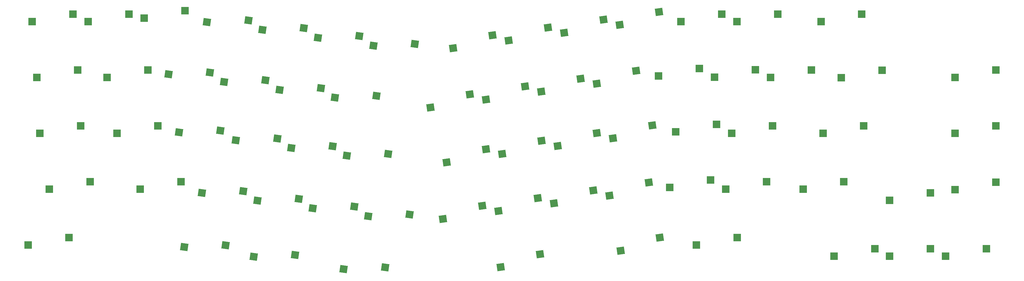
<source format=gbr>
%TF.GenerationSoftware,KiCad,Pcbnew,9.0.2*%
%TF.CreationDate,2025-06-19T20:24:16-07:00*%
%TF.ProjectId,toro-pcb,746f726f-2d70-4636-922e-6b696361645f,rev?*%
%TF.SameCoordinates,Original*%
%TF.FileFunction,Paste,Bot*%
%TF.FilePolarity,Positive*%
%FSLAX46Y46*%
G04 Gerber Fmt 4.6, Leading zero omitted, Abs format (unit mm)*
G04 Created by KiCad (PCBNEW 9.0.2) date 2025-06-19 20:24:16*
%MOMM*%
%LPD*%
G01*
G04 APERTURE LIST*
G04 Aperture macros list*
%AMRotRect*
0 Rectangle, with rotation*
0 The origin of the aperture is its center*
0 $1 length*
0 $2 width*
0 $3 Rotation angle, in degrees counterclockwise*
0 Add horizontal line*
21,1,$1,$2,0,0,$3*%
G04 Aperture macros list end*
%ADD10R,2.550000X2.500000*%
%ADD11RotRect,2.550000X2.500000X352.000000*%
%ADD12RotRect,2.550000X2.500000X8.000000*%
G04 APERTURE END LIST*
D10*
%TO.C,SW37*%
X308752811Y-61595000D03*
X294902811Y-64135000D03*
%TD*%
D11*
%TO.C,SW18*%
X109966347Y-103998327D03*
X95897635Y-104586060D03*
%TD*%
D12*
%TO.C,SW57*%
X240081225Y-137828413D03*
X226719511Y-142271241D03*
%TD*%
%TO.C,SW57*%
X237521787Y-99498545D03*
X224160073Y-103941373D03*
%TD*%
D10*
%TO.C,SW48*%
X272557811Y-80570000D03*
X258707811Y-83110000D03*
%TD*%
D11*
%TO.C,SW17*%
X90593702Y-101344837D03*
X76524989Y-101932570D03*
%TD*%
D12*
%TO.C,SW42*%
X213137055Y-83612558D03*
X199775341Y-88055386D03*
%TD*%
D10*
%TO.C,SW4*%
X78556250Y-60420000D03*
X64706250Y-62960000D03*
%TD*%
D12*
%TO.C,SW28*%
X183177967Y-68797783D03*
X169816253Y-73240611D03*
%TD*%
D11*
%TO.C,SW7*%
X137890606Y-69077662D03*
X123821894Y-69665395D03*
%TD*%
D10*
%TO.C,SW55*%
X257290000Y-118170000D03*
X243440000Y-120710000D03*
%TD*%
D12*
%TO.C,SW43*%
X199792573Y-104801040D03*
X186430859Y-109243868D03*
%TD*%
%TO.C,SW54*%
X236302349Y-119035413D03*
X222940635Y-123478241D03*
%TD*%
D10*
%TO.C,SW65*%
X354351295Y-118920000D03*
X340501295Y-121460000D03*
%TD*%
%TO.C,SW62*%
X332045000Y-122555000D03*
X318195000Y-125095000D03*
%TD*%
D11*
%TO.C,SW8*%
X156755212Y-71728910D03*
X142686500Y-72316643D03*
%TD*%
D10*
%TO.C,SW3*%
X59506250Y-61595000D03*
X45656250Y-64135000D03*
%TD*%
%TO.C,SW21*%
X46295000Y-118745000D03*
X32445000Y-121285000D03*
%TD*%
%TO.C,SW61*%
X351095000Y-141605000D03*
X337245000Y-144145000D03*
%TD*%
D11*
%TO.C,SW6*%
X119005212Y-66376399D03*
X104936500Y-66964132D03*
%TD*%
D10*
%TO.C,SW67*%
X291607811Y-80645000D03*
X277757811Y-83185000D03*
%TD*%
D12*
%TO.C,SW51*%
X179708529Y-126989156D03*
X166346815Y-131431984D03*
%TD*%
D10*
%TO.C,SW16*%
X69330000Y-99695000D03*
X55480000Y-102235000D03*
%TD*%
D11*
%TO.C,SW30*%
X92384088Y-140427938D03*
X78315376Y-141015671D03*
%TD*%
D10*
%TO.C,SW73*%
X302642811Y-118745000D03*
X288792811Y-121285000D03*
%TD*%
%TO.C,SW64*%
X354351295Y-99695000D03*
X340501295Y-102235000D03*
%TD*%
D12*
%TO.C,SW45*%
X218657180Y-102149793D03*
X205295466Y-106592621D03*
%TD*%
%TO.C,SW34*%
X239771787Y-60844040D03*
X226410073Y-65286868D03*
%TD*%
D10*
%TO.C,SW72*%
X309400311Y-99695000D03*
X295550311Y-102235000D03*
%TD*%
D12*
%TO.C,SW52*%
X198573135Y-124337909D03*
X185211421Y-128780737D03*
%TD*%
D10*
%TO.C,SW58*%
X266350000Y-137795000D03*
X252500000Y-140335000D03*
%TD*%
%TO.C,SW71*%
X315642811Y-80710000D03*
X301792811Y-83250000D03*
%TD*%
D11*
%TO.C,SW13*%
X124800390Y-86801837D03*
X110731678Y-87389570D03*
%TD*%
D10*
%TO.C,SW14*%
X43120000Y-99695000D03*
X29270000Y-102235000D03*
%TD*%
D12*
%TO.C,SW33*%
X220907181Y-63495287D03*
X207545467Y-67938115D03*
%TD*%
D11*
%TO.C,SW26*%
X154996477Y-129897332D03*
X140927765Y-130485065D03*
%TD*%
D12*
%TO.C,SW29*%
X202042574Y-66146535D03*
X188680860Y-70589363D03*
%TD*%
D11*
%TO.C,SW32*%
X146632900Y-147966275D03*
X132564188Y-148554008D03*
%TD*%
D10*
%TO.C,SW9*%
X42080000Y-80645000D03*
X28230000Y-83185000D03*
%TD*%
%TO.C,SW22*%
X77240000Y-118745000D03*
X63390000Y-121285000D03*
%TD*%
D11*
%TO.C,SW14*%
X143664997Y-89453085D03*
X129596285Y-90040818D03*
%TD*%
%TO.C,SW23*%
X98402656Y-121943589D03*
X84333944Y-122531322D03*
%TD*%
%TO.C,SW24*%
X117267264Y-124594837D03*
X103198552Y-125182570D03*
%TD*%
D10*
%TO.C,SW1*%
X40456250Y-61595000D03*
X26606250Y-64135000D03*
%TD*%
D12*
%TO.C,SW38*%
X175407842Y-88978101D03*
X162046128Y-93420929D03*
%TD*%
D11*
%TO.C,SW25*%
X136131869Y-127246084D03*
X122063157Y-127833817D03*
%TD*%
%TO.C,SW12*%
X105935785Y-84150590D03*
X91867073Y-84738323D03*
%TD*%
D12*
%TO.C,SW40*%
X194272449Y-86263805D03*
X180910735Y-90706633D03*
%TD*%
D10*
%TO.C,SW27*%
X39100000Y-137795000D03*
X25250000Y-140335000D03*
%TD*%
D12*
%TO.C,SW53*%
X217437742Y-121686661D03*
X204076028Y-126129489D03*
%TD*%
D10*
%TO.C,SW60*%
X332045000Y-141605000D03*
X318195000Y-144145000D03*
%TD*%
%TO.C,SW69*%
X276367811Y-118745000D03*
X262517811Y-121285000D03*
%TD*%
%TO.C,SW36*%
X280177811Y-61595000D03*
X266327811Y-64135000D03*
%TD*%
D11*
%TO.C,SW19*%
X128830953Y-106649574D03*
X114762241Y-107237307D03*
%TD*%
D10*
%TO.C,SW35*%
X261127811Y-61616100D03*
X247277811Y-64156100D03*
%TD*%
D11*
%TO.C,SW5*%
X100140606Y-63725150D03*
X86071894Y-64312883D03*
%TD*%
D10*
%TO.C,SW49*%
X259333592Y-99199559D03*
X245483592Y-101739559D03*
%TD*%
%TO.C,SW59*%
X313195000Y-141605000D03*
X299345000Y-144145000D03*
%TD*%
D12*
%TO.C,SW41*%
X180959280Y-107675099D03*
X167597566Y-112117927D03*
%TD*%
%TO.C,SW56*%
X199321787Y-143467012D03*
X185960073Y-147909840D03*
%TD*%
D10*
%TO.C,SW10*%
X65980000Y-80645000D03*
X52130000Y-83185000D03*
%TD*%
D11*
%TO.C,SW11*%
X87078111Y-81500000D03*
X73009397Y-82087733D03*
%TD*%
D10*
%TO.C,SW46*%
X253515000Y-80150000D03*
X239664999Y-82690000D03*
%TD*%
D11*
%TO.C,SW31*%
X116021787Y-143750000D03*
X101953075Y-144337733D03*
%TD*%
D10*
%TO.C,SW68*%
X278410311Y-99695000D03*
X264560311Y-102235000D03*
%TD*%
D11*
%TO.C,SW20*%
X147695560Y-109300821D03*
X133626848Y-109888554D03*
%TD*%
D10*
%TO.C,SW63*%
X354351295Y-80645000D03*
X340501295Y-83185000D03*
%TD*%
D12*
%TO.C,SW44*%
X231991225Y-80887040D03*
X218629511Y-85329868D03*
%TD*%
M02*

</source>
